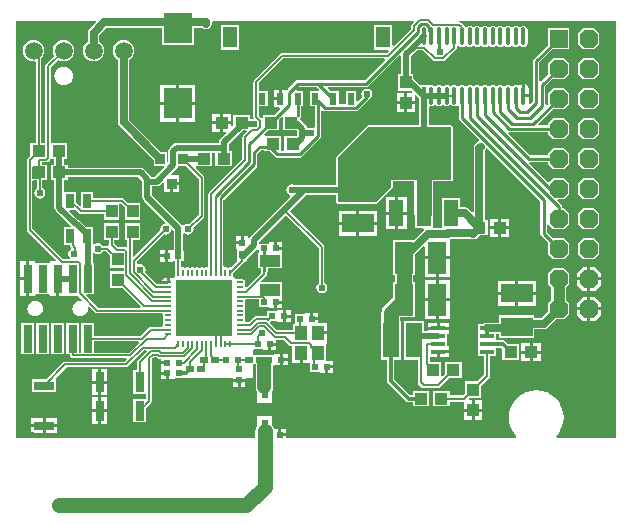
<source format=gtl>
%FSLAX25Y25*%
%MOIN*%
G70*
G01*
G75*
G04 Layer_Physical_Order=1*
G04 Layer_Color=255*
%ADD10R,0.03000X0.09400*%
%ADD11R,0.06300X0.10700*%
%ADD12R,0.09500X0.10300*%
%ADD13O,0.00787X0.02559*%
%ADD14O,0.02559X0.00787*%
%ADD15R,0.18504X0.18504*%
%ADD16R,0.01575X0.06000*%
%ADD17O,0.01575X0.06000*%
%ADD18R,0.07087X0.03937*%
%ADD19R,0.04331X0.04724*%
%ADD20R,0.14200X0.08700*%
%ADD21R,0.04800X0.08800*%
%ADD22R,0.04800X0.01600*%
%ADD23R,0.06693X0.03150*%
%ADD24R,0.03150X0.06693*%
%ADD25R,0.04400X0.04000*%
%ADD26R,0.04000X0.04400*%
%ADD27R,0.03200X0.03600*%
%ADD28R,0.02800X0.04800*%
%ADD29R,0.05512X0.11811*%
%ADD30R,0.02559X0.01969*%
%ADD31R,0.02953X0.03150*%
%ADD32R,0.01969X0.02284*%
%ADD33R,0.02362X0.03937*%
%ADD34R,0.04921X0.07087*%
%ADD35R,0.02362X0.01969*%
%ADD36R,0.10700X0.06300*%
%ADD37R,0.01969X0.02362*%
%ADD38C,0.00600*%
%ADD39C,0.02500*%
%ADD40C,0.01200*%
%ADD41C,0.00800*%
%ADD42C,0.05000*%
%ADD43C,0.01000*%
%ADD44C,0.02000*%
%ADD45C,0.04500*%
%ADD46C,0.03700*%
%ADD47C,0.05906*%
G04:AMPARAMS|DCode=48|XSize=60mil|YSize=60mil|CornerRadius=0mil|HoleSize=0mil|Usage=FLASHONLY|Rotation=270.000|XOffset=0mil|YOffset=0mil|HoleType=Round|Shape=Octagon|*
%AMOCTAGOND48*
4,1,8,-0.01500,-0.03000,0.01500,-0.03000,0.03000,-0.01500,0.03000,0.01500,0.01500,0.03000,-0.01500,0.03000,-0.03000,0.01500,-0.03000,-0.01500,-0.01500,-0.03000,0.0*
%
%ADD48OCTAGOND48*%

%ADD49R,0.06000X0.06000*%
%ADD50C,0.02400*%
%ADD51C,0.02598*%
G36*
X492912Y229971D02*
X491743D01*
Y224771D01*
X492912D01*
Y215638D01*
X493036Y215014D01*
X493390Y214485D01*
X498318Y209556D01*
X498127Y209095D01*
X496244D01*
Y203095D01*
X498109D01*
X498179Y202743D01*
X498378Y202446D01*
X498393Y202431D01*
X498308Y201808D01*
X498000Y201602D01*
X497602Y201007D01*
X497462Y200304D01*
X497602Y199602D01*
X497993Y199018D01*
X497980Y198948D01*
X497832Y198518D01*
X495780D01*
X485614Y208683D01*
Y224345D01*
X485897Y224753D01*
X487082D01*
Y222052D01*
X486702Y221798D01*
X486304Y221202D01*
X486165Y220500D01*
X486304Y219798D01*
X486702Y219202D01*
X487298Y218804D01*
X488000Y218665D01*
X488702Y218804D01*
X489298Y219202D01*
X489696Y219798D01*
X489835Y220500D01*
X489696Y221202D01*
X489298Y221798D01*
X488918Y222052D01*
Y224771D01*
X490597D01*
Y229971D01*
X488714D01*
Y230682D01*
X490226D01*
X490578Y230752D01*
X490875Y230951D01*
X491402Y231478D01*
X491601Y231776D01*
X491626Y231900D01*
X492912D01*
Y229971D01*
D02*
G37*
G36*
X541082Y225297D02*
Y213380D01*
X537948Y210246D01*
X537500Y210335D01*
X536798Y210196D01*
X536202Y209798D01*
X536130Y209689D01*
X535529D01*
X535430Y209836D01*
X525500Y219767D01*
Y222684D01*
X527053D01*
X527677Y222809D01*
X528206Y223162D01*
X528938Y223894D01*
X529400Y223702D01*
Y220800D01*
X531500D01*
Y223600D01*
X532000D01*
Y224100D01*
X534600D01*
Y226400D01*
X532098D01*
X531906Y226862D01*
X533694Y228649D01*
X534047Y229179D01*
X534119Y229537D01*
X536842D01*
X541082Y225297D01*
D02*
G37*
G36*
X625000Y225000D02*
X605000D01*
Y222500D01*
X600000Y217500D01*
X587500D01*
Y232500D01*
X597500Y242500D01*
X625000D01*
Y225000D01*
D02*
G37*
G36*
X625266Y249767D02*
X625695Y249481D01*
X626236Y249373D01*
X626778Y249481D01*
X627174Y249745D01*
X627439Y249674D01*
X627674Y249542D01*
Y245528D01*
X627674Y245528D01*
X627759Y245099D01*
X628002Y244735D01*
X634501Y238236D01*
X634356Y237758D01*
X634278Y237743D01*
X633666Y237334D01*
X633266Y236934D01*
X632857Y236322D01*
X632714Y235600D01*
Y233500D01*
Y230500D01*
Y214207D01*
X632252Y214016D01*
X631134Y215134D01*
X630522Y215543D01*
X629800Y215686D01*
X628100D01*
Y218800D01*
X622100D01*
Y208886D01*
X619000D01*
Y212942D01*
X619020Y212991D01*
X619127Y213800D01*
Y224351D01*
X625000D01*
X625459Y224541D01*
X625649Y225000D01*
Y242500D01*
X625459Y242959D01*
X625000Y243149D01*
X623700D01*
Y243250D01*
X617631D01*
Y249183D01*
X618131Y249458D01*
X618559Y249373D01*
X619100Y249481D01*
X619530Y249767D01*
X619672Y249831D01*
X620005D01*
X620148Y249767D01*
X620577Y249481D01*
X621118Y249373D01*
X621660Y249481D01*
X622089Y249767D01*
X622232Y249831D01*
X622564D01*
X622707Y249767D01*
X623136Y249481D01*
X623677Y249373D01*
X624219Y249481D01*
X624648Y249767D01*
X624791Y249831D01*
X625123D01*
X625266Y249767D01*
D02*
G37*
G36*
X511400Y199702D02*
Y195600D01*
X515982D01*
Y194454D01*
X511400D01*
Y188854D01*
X515502D01*
X521663Y182693D01*
X521455Y182193D01*
X507632D01*
X503587Y186238D01*
X503778Y186700D01*
X506100D01*
Y197300D01*
X505631D01*
Y200657D01*
X506131Y200808D01*
X506202Y200702D01*
X506798Y200304D01*
X507500Y200165D01*
X508202Y200304D01*
X508798Y200702D01*
X509052Y201082D01*
X510020D01*
X511400Y199702D01*
D02*
G37*
G36*
X581242Y255030D02*
X581050Y254569D01*
X578172D01*
Y249431D01*
X579678D01*
Y242453D01*
X579267Y242195D01*
X579178Y242200D01*
X578500Y242335D01*
X577798Y242196D01*
X577627Y242081D01*
X577095D01*
X577007Y242524D01*
X576653Y243054D01*
X574882Y244826D01*
X574840Y245354D01*
X575083Y245718D01*
X575169Y246147D01*
Y249431D01*
X575828D01*
Y254569D01*
X573808D01*
X573617Y255030D01*
X574465Y255878D01*
X580394D01*
X581242Y255030D01*
D02*
G37*
G36*
X557040Y240938D02*
X555851Y239749D01*
X555652Y239451D01*
X555582Y239100D01*
Y231742D01*
X544522Y220681D01*
X544323Y220384D01*
X544253Y220032D01*
Y196170D01*
X543753Y195840D01*
X543596Y195871D01*
X543208Y195794D01*
X543197Y195787D01*
X542808Y195607D01*
X542420Y195787D01*
X542409Y195794D01*
X542021Y195871D01*
X541633Y195794D01*
X541305Y195575D01*
X541163D01*
X540834Y195794D01*
X540446Y195871D01*
X540059Y195794D01*
X540047Y195787D01*
X539659Y195607D01*
X539270Y195787D01*
X539259Y195794D01*
X538871Y195871D01*
X538484Y195794D01*
X538473Y195787D01*
X538084Y195607D01*
X537696Y195787D01*
X537684Y195794D01*
X537297Y195871D01*
X536909Y195794D01*
X536580Y195575D01*
X536438D01*
X536110Y195794D01*
X535722Y195871D01*
X535565Y195840D01*
X535065Y196170D01*
Y197979D01*
X536058D01*
Y201147D01*
X535908D01*
Y206811D01*
X536408Y207065D01*
X536798Y206804D01*
X537500Y206665D01*
X538202Y206804D01*
X538798Y207202D01*
X539196Y207798D01*
X539335Y208500D01*
X539246Y208948D01*
X542649Y212351D01*
X542848Y212649D01*
X542918Y213000D01*
Y225677D01*
X542848Y226028D01*
X542649Y226326D01*
X540075Y228900D01*
X540282Y229400D01*
X545454D01*
Y233969D01*
X546600D01*
Y229400D01*
X552200D01*
Y234600D01*
X551031D01*
Y235600D01*
Y236671D01*
X555761Y241400D01*
X556849D01*
X557040Y240938D01*
D02*
G37*
G36*
X569100Y245707D02*
Y241400D01*
X573693D01*
X573869Y241224D01*
Y240450D01*
Y239676D01*
X573793Y239600D01*
X569600D01*
Y234533D01*
X568454D01*
Y239600D01*
X563047D01*
X562830Y240090D01*
X564140Y241400D01*
X567953D01*
Y245214D01*
X568638Y245898D01*
X569100Y245707D01*
D02*
G37*
G36*
X560930Y201670D02*
X561059Y201579D01*
Y200553D01*
X560665D01*
Y195416D01*
X561718D01*
Y194595D01*
X561804Y194165D01*
X561922Y193988D01*
Y193975D01*
X557090Y189142D01*
X557075Y189142D01*
X556579Y189339D01*
X556540Y189537D01*
X556532Y189548D01*
X556353Y189937D01*
X556532Y190326D01*
X556540Y190337D01*
X556617Y190724D01*
X556540Y191112D01*
X556320Y191441D01*
X555991Y191660D01*
X555604Y191738D01*
X553832D01*
X553560Y191683D01*
X553193Y191886D01*
X553060Y192005D01*
Y192315D01*
X552751D01*
X552632Y192447D01*
X552429Y192815D01*
X552483Y193087D01*
Y193688D01*
X556149Y197354D01*
X556348Y197651D01*
X556350Y197660D01*
X556653Y197863D01*
X557040Y198250D01*
X557084D01*
Y198294D01*
X560559Y201769D01*
X560930Y201670D01*
D02*
G37*
G36*
X522237Y224456D02*
Y219091D01*
X522362Y218467D01*
X522715Y217938D01*
X529840Y210813D01*
X529675Y210271D01*
X529298Y210196D01*
X528702Y209798D01*
X528304Y209202D01*
X528165Y208500D01*
X528254Y208052D01*
X519480Y199277D01*
X519018Y199469D01*
Y204854D01*
X521600D01*
Y210454D01*
X516400D01*
Y204854D01*
X517182D01*
Y202643D01*
X516748Y202363D01*
X516682Y202356D01*
X516373Y202418D01*
X514204D01*
X512918Y203704D01*
Y204854D01*
X514600D01*
Y210454D01*
X509400D01*
Y204854D01*
X511082D01*
Y203324D01*
X511104Y203213D01*
X510942Y203046D01*
X510670Y202864D01*
X510400Y202918D01*
X509052D01*
X508798Y203298D01*
X508202Y203696D01*
X507500Y203835D01*
X506798Y203696D01*
X506300Y203363D01*
X505949Y203478D01*
X505800Y203585D01*
Y209095D01*
X503614D01*
X501460Y211248D01*
X500931Y211602D01*
X500876Y211613D01*
X497950Y214538D01*
X498142Y215000D01*
X499946D01*
X501195Y213751D01*
X501493Y213552D01*
X501844Y213482D01*
X509400D01*
Y211600D01*
X514600D01*
Y216889D01*
X515100Y217002D01*
X516400Y215702D01*
Y211600D01*
X521600D01*
Y217200D01*
X517498D01*
X516049Y218649D01*
X515751Y218848D01*
X515400Y218918D01*
X505800D01*
Y221000D01*
X501800D01*
Y216395D01*
X501338Y216204D01*
X500244Y217298D01*
Y221000D01*
X496244D01*
X496174Y221471D01*
Y224771D01*
X497343D01*
Y225740D01*
X520953D01*
X522237Y224456D01*
D02*
G37*
G36*
X603121Y264912D02*
X596330Y258121D01*
X580858D01*
X580858Y258122D01*
X580858Y258121D01*
X574000D01*
X574000Y258122D01*
X573571Y258036D01*
X573207Y257793D01*
X570679Y255265D01*
X570323Y254969D01*
Y254969D01*
X570323Y254969D01*
X568642D01*
Y252000D01*
X568142D01*
Y251500D01*
X565961D01*
Y249031D01*
X567946D01*
X568137Y248570D01*
X566167Y246600D01*
X562354D01*
Y245621D01*
X561854Y245414D01*
X561073Y246195D01*
Y249431D01*
X564017D01*
Y254569D01*
X561073D01*
Y257275D01*
X569172Y265374D01*
X602929D01*
X603121Y264912D01*
D02*
G37*
G36*
X521020Y170620D02*
X517717Y167318D01*
X506100D01*
Y171082D01*
X520828D01*
X521020Y170620D01*
D02*
G37*
G36*
X608369Y266281D02*
Y260200D01*
X607400D01*
Y254600D01*
X612009D01*
X612214Y254342D01*
X611997Y253854D01*
X610500D01*
Y251153D01*
X613000D01*
Y253040D01*
X613462Y253231D01*
X614369Y252324D01*
Y243250D01*
X608300D01*
Y243149D01*
X597500D01*
X597041Y242959D01*
X587041Y232959D01*
X586851Y232500D01*
Y223143D01*
X572810D01*
X572714Y223207D01*
X572012Y223347D01*
X571310Y223207D01*
X570714Y222810D01*
X570316Y222214D01*
X570177Y221512D01*
X570316Y220810D01*
X570714Y220214D01*
X571310Y219816D01*
X571373Y219804D01*
X571518Y219325D01*
X568347Y216154D01*
X558347Y206153D01*
X557993Y205624D01*
X557984Y205581D01*
X557484Y205630D01*
Y206150D01*
X556000D01*
Y203969D01*
X555500D01*
Y203468D01*
X553516D01*
Y201787D01*
X553916D01*
Y199254D01*
X553869Y199017D01*
X553916Y198780D01*
Y198250D01*
X553916D01*
X553950Y197750D01*
X551939Y195740D01*
X551858Y195794D01*
X551470Y195871D01*
X551082Y195794D01*
X551071Y195787D01*
X550682Y195607D01*
X550294Y195787D01*
X550283Y195794D01*
X549895Y195871D01*
X549738Y195840D01*
X549238Y196170D01*
Y218289D01*
X549293Y218326D01*
X560293Y229326D01*
X560536Y229690D01*
X560622Y230119D01*
X560622Y230119D01*
Y233617D01*
X561883Y234878D01*
X562853D01*
Y234400D01*
X564667D01*
X566449Y232619D01*
X566449Y232619D01*
X566813Y232376D01*
X567242Y232290D01*
X574664D01*
X574664Y232290D01*
X575094Y232376D01*
X575458Y232619D01*
X581593Y238754D01*
X581593Y238754D01*
X581836Y239118D01*
X581922Y239547D01*
X581922Y239547D01*
Y247766D01*
X582422Y248009D01*
X582592Y247895D01*
X583021Y247810D01*
X583021Y247810D01*
X593400D01*
X593400Y247810D01*
X593830Y247895D01*
X594194Y248138D01*
X597793Y251738D01*
X597793Y251738D01*
X597947Y251968D01*
X598298Y252202D01*
X598696Y252798D01*
X598835Y253500D01*
X598696Y254202D01*
X598298Y254798D01*
X597702Y255196D01*
X597000Y255335D01*
X596298Y255196D01*
X595702Y254798D01*
X595304Y254202D01*
X595165Y253500D01*
X595304Y252798D01*
X595455Y252572D01*
X594007Y251124D01*
X593545Y251315D01*
Y254569D01*
X589983D01*
Y250053D01*
X587639D01*
Y254569D01*
X584876D01*
X584028Y255416D01*
X584219Y255878D01*
X596795D01*
X596795Y255878D01*
X597224Y255964D01*
X597588Y256207D01*
X607869Y266488D01*
X608369Y266281D01*
D02*
G37*
G36*
X532646Y208007D02*
Y201996D01*
X532521Y201547D01*
X530840D01*
Y199563D01*
Y197579D01*
X532521D01*
Y197979D01*
X533229D01*
Y195274D01*
X533211Y195246D01*
X533134Y194858D01*
Y193087D01*
X533188Y192815D01*
X532995Y192465D01*
X532556Y192315D01*
Y192315D01*
D01*
X532057Y192091D01*
X531785Y192145D01*
X531399D01*
Y190724D01*
X530899D01*
Y190224D01*
X528347D01*
X528221Y190067D01*
X527231D01*
X523117Y194181D01*
X523196Y194298D01*
X523335Y195000D01*
X523196Y195702D01*
X522798Y196298D01*
X522202Y196696D01*
X521500Y196835D01*
X520818Y196700D01*
X520729Y196691D01*
X520318Y196954D01*
Y197520D01*
X529552Y206754D01*
X530000Y206665D01*
X530702Y206804D01*
X531298Y207202D01*
X531696Y207798D01*
X531771Y208175D01*
X532313Y208340D01*
X532646Y208007D01*
D02*
G37*
G36*
X680000Y139000D02*
X660443D01*
X660207Y139500D01*
X661117Y140609D01*
X661958Y142184D01*
X662477Y143892D01*
X662652Y145669D01*
X662477Y147446D01*
X661958Y149155D01*
X661117Y150730D01*
X659984Y152110D01*
X658604Y153243D01*
X657029Y154084D01*
X655320Y154603D01*
X653543Y154778D01*
X651766Y154603D01*
X650058Y154084D01*
X648483Y153243D01*
X647103Y152110D01*
X645970Y150730D01*
X645128Y149155D01*
X644610Y147446D01*
X644435Y145669D01*
X644610Y143892D01*
X645128Y142184D01*
X645970Y140609D01*
X646880Y139500D01*
X646643Y139000D01*
X570150D01*
Y139500D01*
X567969D01*
Y140000D01*
X567469D01*
Y141984D01*
X566002D01*
X565715Y142679D01*
X565688Y142714D01*
X565559Y143185D01*
X565559D01*
X565559Y143185D01*
X565559Y146335D01*
X560441D01*
X560441Y143185D01*
X560441Y143185D01*
X560441D01*
X560326Y142714D01*
X560299Y142679D01*
X559986Y141925D01*
X559880Y141115D01*
Y139000D01*
X480000D01*
Y278000D01*
X506679D01*
X506871Y277538D01*
X504666Y275334D01*
X504257Y274722D01*
X504114Y274000D01*
Y271031D01*
X503466Y270534D01*
X502897Y269792D01*
X502539Y268927D01*
X502417Y268000D01*
X502539Y267073D01*
X502897Y266208D01*
X503466Y265466D01*
X504208Y264897D01*
X505072Y264539D01*
X506000Y264417D01*
X506927Y264539D01*
X507792Y264897D01*
X508534Y265466D01*
X509103Y266208D01*
X509461Y267073D01*
X509583Y268000D01*
X509461Y268927D01*
X509103Y269792D01*
X508534Y270534D01*
X507886Y271031D01*
Y273219D01*
X510281Y275614D01*
X528650D01*
Y269850D01*
X539350D01*
Y275614D01*
X542245D01*
X542778Y275257D01*
X543500Y275114D01*
X544222Y275257D01*
X544834Y275666D01*
X545243Y276278D01*
X545386Y277000D01*
Y277500D01*
X545364Y277613D01*
X545681Y278000D01*
X612502D01*
X612694Y277538D01*
X612064Y276908D01*
X611865Y276610D01*
X611795Y276259D01*
Y275278D01*
X606034Y269517D01*
X605572Y269708D01*
Y276616D01*
X599451D01*
Y268329D01*
X604193D01*
X604384Y267867D01*
X603727Y267209D01*
X568792D01*
X568440Y267140D01*
X568143Y266941D01*
X559506Y258304D01*
X559307Y258006D01*
X559237Y257655D01*
Y245815D01*
X559307Y245464D01*
X559232Y245282D01*
X558798Y245196D01*
X558702Y245131D01*
X558200D01*
Y246600D01*
X552600D01*
Y242938D01*
X552342Y242733D01*
X551854Y242950D01*
Y243500D01*
X549154D01*
Y241000D01*
X550093D01*
X550284Y240538D01*
X548246Y238500D01*
X547893Y237971D01*
X547769Y237347D01*
Y237231D01*
X533740D01*
X533116Y237107D01*
X532587Y236754D01*
X531387Y235553D01*
X531033Y235024D01*
X530909Y234400D01*
Y230954D01*
X530900Y230948D01*
X530400Y231215D01*
Y234337D01*
X528468D01*
X517886Y244918D01*
Y264969D01*
X518534Y265466D01*
X519103Y266208D01*
X519461Y267073D01*
X519583Y268000D01*
X519461Y268927D01*
X519103Y269792D01*
X518534Y270534D01*
X517792Y271103D01*
X516927Y271461D01*
X516000Y271583D01*
X515072Y271461D01*
X514208Y271103D01*
X513466Y270534D01*
X512897Y269792D01*
X512539Y268927D01*
X512417Y268000D01*
X512539Y267073D01*
X512897Y266208D01*
X513466Y265466D01*
X514114Y264969D01*
Y244137D01*
X514257Y243415D01*
X514666Y242803D01*
X526000Y231469D01*
Y229537D01*
X529314D01*
X529505Y229075D01*
X526377Y225947D01*
X525248D01*
X525022Y226285D01*
X522782Y228525D01*
X522253Y228878D01*
X521629Y229002D01*
X497343D01*
Y229971D01*
X496174D01*
Y231900D01*
X497200D01*
Y237100D01*
X491671D01*
Y262373D01*
X494200Y264903D01*
X494208Y264897D01*
X495073Y264539D01*
X496000Y264417D01*
X496927Y264539D01*
X497792Y264897D01*
X498534Y265466D01*
X499103Y266208D01*
X499461Y267073D01*
X499583Y268000D01*
X499461Y268927D01*
X499103Y269792D01*
X498534Y270534D01*
X497792Y271103D01*
X496927Y271461D01*
X496000Y271583D01*
X495073Y271461D01*
X494208Y271103D01*
X493466Y270534D01*
X492897Y269792D01*
X492539Y268927D01*
X492417Y268000D01*
X492539Y267073D01*
X492897Y266208D01*
X492903Y266200D01*
X490105Y263402D01*
X489906Y263105D01*
X489836Y262754D01*
Y237100D01*
X488571D01*
Y265515D01*
X489103Y266208D01*
X489461Y267073D01*
X489583Y268000D01*
X489461Y268927D01*
X489103Y269792D01*
X488534Y270534D01*
X487792Y271103D01*
X486928Y271461D01*
X486000Y271583D01*
X485073Y271461D01*
X484208Y271103D01*
X483466Y270534D01*
X482897Y269792D01*
X482539Y268927D01*
X482417Y268000D01*
X482539Y267073D01*
X482897Y266208D01*
X483466Y265466D01*
X484208Y264897D01*
X485073Y264539D01*
X486000Y264417D01*
X486360Y264464D01*
X486736Y264134D01*
Y237100D01*
X484854D01*
Y232998D01*
X484048Y232192D01*
X483849Y231894D01*
X483779Y231543D01*
Y208303D01*
X483849Y207952D01*
X484048Y207655D01*
X493540Y198162D01*
X493349Y197700D01*
X491500D01*
Y197541D01*
X491100Y197300D01*
X491000Y197300D01*
X487000D01*
X486900Y197300D01*
X486500Y197541D01*
Y197700D01*
X484500D01*
Y192000D01*
Y186300D01*
X486500D01*
Y186459D01*
X486500Y186459D01*
X486900Y186700D01*
X487000Y186700D01*
X491000D01*
X491100Y186700D01*
X491500Y186459D01*
Y186300D01*
X493500D01*
Y192000D01*
X494500D01*
Y186300D01*
X500929D01*
X502231Y184999D01*
X501997Y184525D01*
X501500Y184591D01*
X500830Y184502D01*
X500205Y184244D01*
X499668Y183832D01*
X499256Y183295D01*
X498998Y182670D01*
X498909Y182000D01*
X498998Y181330D01*
X499256Y180705D01*
X499668Y180168D01*
X500205Y179756D01*
X500830Y179498D01*
X501500Y179409D01*
X502171Y179498D01*
X502795Y179756D01*
X503332Y180168D01*
X503744Y180705D01*
X504002Y181330D01*
X504091Y182000D01*
X504025Y182497D01*
X504499Y182731D01*
X506603Y180627D01*
X506901Y180428D01*
X507252Y180358D01*
X528702D01*
X529031Y179858D01*
X529000Y179701D01*
X529077Y179313D01*
X529084Y179302D01*
X529264Y178913D01*
X529084Y178525D01*
X529077Y178514D01*
X529000Y178126D01*
X529077Y177738D01*
X529084Y177727D01*
X529264Y177339D01*
X529084Y176950D01*
X529077Y176939D01*
X529000Y176551D01*
X529031Y176394D01*
X528702Y175894D01*
X524976D01*
X524684Y175836D01*
X524625Y175824D01*
X524328Y175625D01*
X521620Y172918D01*
X506100D01*
Y177300D01*
X501900D01*
Y167318D01*
X501100D01*
Y177300D01*
X496900D01*
Y166700D01*
X498082D01*
Y166500D01*
X498152Y166149D01*
X498351Y165851D01*
X498451Y165751D01*
X498749Y165552D01*
X499100Y165482D01*
X516931D01*
X517123Y165020D01*
X516420Y164318D01*
X496589D01*
X496238Y164248D01*
X495940Y164049D01*
X490377Y158486D01*
X485554D01*
Y154136D01*
X493446D01*
Y158486D01*
X493446Y158486D01*
X493446D01*
X493448Y158961D01*
X496969Y162482D01*
X516800D01*
X517151Y162552D01*
X517449Y162751D01*
X522780Y168082D01*
X523464D01*
X523656Y167620D01*
X520737Y164702D01*
X520538Y164404D01*
X520468Y164053D01*
Y161446D01*
X519211D01*
Y153553D01*
X523482D01*
Y151946D01*
X519211D01*
Y144053D01*
X523561D01*
Y148877D01*
X525049Y150365D01*
X525248Y150663D01*
X525318Y151014D01*
Y164990D01*
X526010Y165682D01*
X526990D01*
X527272Y165400D01*
X527570Y165201D01*
X527921Y165131D01*
X528350D01*
Y164500D01*
X530532D01*
Y163500D01*
X528350D01*
Y162016D01*
Y161000D01*
X530532D01*
Y160500D01*
X531032D01*
Y158516D01*
X532713D01*
Y158562D01*
X533066Y158916D01*
X535843D01*
X536250Y158916D01*
X536250D01*
X536750Y159000D01*
X552516Y159000D01*
Y158531D01*
X556484D01*
Y158646D01*
X556838Y159000D01*
X559000D01*
Y163416D01*
X560076D01*
Y155701D01*
X560174Y154957D01*
X560440Y154315D01*
X560441Y153815D01*
X560441Y153815D01*
X560441Y153815D01*
X560441Y150665D01*
X565559D01*
X565559Y153815D01*
X565559Y153815D01*
X565461Y154315D01*
X565727Y154957D01*
X565825Y155701D01*
Y162924D01*
X566287Y163016D01*
X566287Y163016D01*
X566287Y163016D01*
X567969D01*
Y165000D01*
Y166984D01*
X566287D01*
Y166584D01*
X564768D01*
X564532Y166631D01*
X561370D01*
X561133Y166584D01*
X559354D01*
X559000Y166938D01*
Y168003D01*
X559033Y168273D01*
X559407Y168479D01*
X562596D01*
Y168079D01*
X564277D01*
Y170063D01*
X564777D01*
Y170563D01*
X566958D01*
Y171582D01*
X569281D01*
X571097Y169767D01*
X571395Y169568D01*
X571746Y169498D01*
X572079D01*
Y163791D01*
X574744D01*
Y167154D01*
X575744D01*
Y163791D01*
X578059D01*
Y160979D01*
X581596D01*
Y160579D01*
X583277D01*
Y162563D01*
X583777D01*
Y163063D01*
X585958D01*
Y164547D01*
X583875D01*
X583521Y164901D01*
Y170116D01*
X583839Y170484D01*
X583921D01*
Y173346D01*
X580756D01*
Y174346D01*
X583921D01*
Y177209D01*
X580958D01*
Y178063D01*
X578777D01*
Y178563D01*
X578277D01*
Y180547D01*
X576596D01*
Y180147D01*
X573059D01*
Y176979D01*
X572629Y176809D01*
X572479D01*
Y174827D01*
X567137D01*
X564958Y177007D01*
X564896Y177567D01*
X565245Y177916D01*
X567287D01*
Y177516D01*
X568968D01*
Y179500D01*
Y181484D01*
X567287D01*
Y181084D01*
X563750D01*
Y179418D01*
X560136D01*
X559785Y179348D01*
X559487Y179149D01*
X557807Y177469D01*
X556915D01*
X556586Y177969D01*
X556617Y178126D01*
X556540Y178514D01*
X556320Y178842D01*
Y178984D01*
X556540Y179313D01*
X556617Y179701D01*
X556540Y180088D01*
X556532Y180100D01*
X556353Y180488D01*
X556532Y180877D01*
X556540Y180888D01*
X556617Y181276D01*
X556540Y181663D01*
X556320Y181992D01*
Y182134D01*
X556540Y182463D01*
X556617Y182850D01*
X556540Y183238D01*
X556532Y183249D01*
X556353Y183638D01*
X556532Y184026D01*
X556540Y184037D01*
X556617Y184425D01*
X556586Y184582D01*
X556915Y185082D01*
X561059D01*
Y182479D01*
X564596D01*
Y182079D01*
X566277D01*
Y184063D01*
X566777D01*
Y184563D01*
X568958D01*
Y186047D01*
X568952D01*
Y190710D01*
X561907D01*
X561715Y191172D01*
X563489Y192946D01*
X563688Y193243D01*
X563699Y193302D01*
X563758Y193595D01*
Y193988D01*
X563876Y194165D01*
X563962Y194595D01*
Y195416D01*
X568952D01*
Y200079D01*
X568958D01*
Y201563D01*
X566777D01*
Y202063D01*
X566277D01*
Y204047D01*
X564596D01*
Y203647D01*
X561131D01*
Y204324D01*
X570005Y213198D01*
X581082Y202120D01*
Y190552D01*
X580702Y190298D01*
X580304Y189702D01*
X580165Y189000D01*
X580304Y188298D01*
X580702Y187702D01*
X581298Y187304D01*
X582000Y187165D01*
X582702Y187304D01*
X583298Y187702D01*
X583696Y188298D01*
X583835Y189000D01*
X583696Y189702D01*
X583298Y190298D01*
X582918Y190552D01*
Y202500D01*
X582848Y202851D01*
X582649Y203149D01*
X571302Y214495D01*
X576687Y219881D01*
X586851D01*
Y217500D01*
X587041Y217041D01*
X587500Y216851D01*
X600000D01*
X600459Y217041D01*
X605459Y222041D01*
X605649Y222500D01*
Y224351D01*
X612873D01*
Y213800D01*
X612980Y212991D01*
X613000Y212942D01*
Y208800D01*
X615948D01*
X616103Y208443D01*
X616116Y208300D01*
X612766Y204950D01*
X605738D01*
Y193050D01*
X606361D01*
Y190950D01*
X605738D01*
Y185672D01*
X602789Y182723D01*
X602292Y182075D01*
X601980Y181321D01*
X601873Y180512D01*
X601873Y180512D01*
Y178006D01*
X601644D01*
Y164995D01*
X603777D01*
Y158000D01*
X603870Y157532D01*
X604135Y157135D01*
X610135Y151135D01*
X610532Y150870D01*
X611000Y150777D01*
X612300D01*
Y149400D01*
X617900D01*
Y154600D01*
X612300D01*
Y153224D01*
X611507D01*
X606223Y158507D01*
Y164995D01*
X608356D01*
Y178006D01*
X608127D01*
Y179050D01*
X613238D01*
Y190950D01*
X612615D01*
Y193050D01*
X613238D01*
Y200087D01*
X615988Y202837D01*
X616450Y202645D01*
Y199500D01*
X624750D01*
Y205164D01*
X632062D01*
X632313Y205114D01*
X632600D01*
X633322Y205257D01*
X633934Y205666D01*
X634667Y206400D01*
X637400D01*
Y211600D01*
X636486D01*
Y230500D01*
Y233500D01*
Y234894D01*
X636743Y235278D01*
X636758Y235356D01*
X637236Y235501D01*
X654878Y217859D01*
Y207000D01*
X654878Y207000D01*
X654964Y206571D01*
X655207Y206207D01*
X657400Y204014D01*
Y203800D01*
Y200200D01*
X659200Y198400D01*
X662800D01*
X664600Y200200D01*
Y203800D01*
X662800Y205600D01*
X659200D01*
X658986D01*
X657122Y207465D01*
Y209771D01*
X657622Y209979D01*
X659200Y208400D01*
X662800D01*
X664600Y210200D01*
Y213800D01*
X662800Y215600D01*
X662447D01*
X662122Y215944D01*
X662036Y216374D01*
X661793Y216737D01*
X661793Y216737D01*
X660592Y217938D01*
X660784Y218400D01*
X662800D01*
X664600Y220200D01*
Y223800D01*
X662800Y225600D01*
X659200D01*
X657843Y224243D01*
X657343D01*
X651208Y230379D01*
X651415Y230878D01*
X657400D01*
Y230200D01*
X659200Y228400D01*
X662800D01*
X664600Y230200D01*
Y233800D01*
X662800Y235600D01*
X659200D01*
X657400Y233800D01*
Y233121D01*
X651465D01*
X644147Y240439D01*
X644394Y240900D01*
X644500Y240878D01*
X644500Y240879D01*
X657400D01*
Y240200D01*
X659200Y238400D01*
X662800D01*
X664600Y240200D01*
Y243800D01*
X662800Y245600D01*
X659200D01*
X657400Y243800D01*
Y243122D01*
X654361D01*
X654170Y243583D01*
X658986Y248400D01*
X659200D01*
X662800D01*
X664600Y250200D01*
Y253800D01*
X662800Y255600D01*
X659200D01*
X657400Y253800D01*
Y250200D01*
Y250082D01*
X657089Y249837D01*
X656622Y250043D01*
Y256035D01*
X658986Y258400D01*
X659200D01*
X662800D01*
X664600Y260200D01*
Y263800D01*
X662800Y265600D01*
X659200D01*
X657400Y263800D01*
Y260200D01*
Y259986D01*
X655122Y257708D01*
X654622Y257915D01*
Y264035D01*
X658986Y268400D01*
X664600D01*
Y275600D01*
X657400D01*
Y269986D01*
X652707Y265293D01*
X652464Y264929D01*
X652378Y264500D01*
X652378Y264500D01*
Y250965D01*
X651451Y250037D01*
X650990Y250283D01*
X651090Y250787D01*
Y252500D01*
X649268D01*
Y253000D01*
X648768D01*
Y256936D01*
X648570Y256896D01*
X647979Y256501D01*
X647347Y256455D01*
X647250Y256520D01*
X646709Y256627D01*
X646167Y256520D01*
X645738Y256233D01*
X645595Y256169D01*
X645263D01*
X645120Y256233D01*
X644691Y256520D01*
X644150Y256627D01*
X643608Y256520D01*
X643179Y256233D01*
X643036Y256169D01*
X642704D01*
X642561Y256233D01*
X642132Y256520D01*
X641591Y256627D01*
X641049Y256520D01*
X640620Y256233D01*
X640477Y256169D01*
X640145D01*
X640002Y256233D01*
X639573Y256520D01*
X639032Y256627D01*
X638490Y256520D01*
X638061Y256233D01*
X637918Y256169D01*
X637586D01*
X637443Y256233D01*
X637014Y256520D01*
X636473Y256627D01*
X635931Y256520D01*
X635502Y256233D01*
X635359Y256169D01*
X635027D01*
X634884Y256233D01*
X634455Y256520D01*
X633913Y256627D01*
X633372Y256520D01*
X632943Y256233D01*
X632800Y256169D01*
X632468D01*
X632325Y256233D01*
X631896Y256520D01*
X631354Y256627D01*
X630813Y256520D01*
X630384Y256233D01*
X630241Y256169D01*
X629909D01*
X629766Y256233D01*
X629337Y256520D01*
X628795Y256627D01*
X628254Y256520D01*
X627825Y256233D01*
X627682Y256169D01*
X627350D01*
X627207Y256233D01*
X626778Y256520D01*
X626236Y256627D01*
X625695Y256520D01*
X625266Y256233D01*
X625123Y256169D01*
X624791D01*
X624648Y256233D01*
X624219Y256520D01*
X623677Y256627D01*
X623136Y256520D01*
X622707Y256233D01*
X622564Y256169D01*
X622232D01*
X622089Y256233D01*
X621660Y256520D01*
X621118Y256627D01*
X620577Y256520D01*
X620148Y256233D01*
X620005Y256169D01*
X619672D01*
X619530Y256233D01*
X619100Y256520D01*
X618559Y256627D01*
X618018Y256520D01*
X617887Y256432D01*
X617387Y256600D01*
Y256600D01*
X617387Y256600D01*
X614707D01*
X612753Y258554D01*
X612600Y258656D01*
Y260200D01*
X611631D01*
Y266009D01*
X613469Y267846D01*
X613704Y268082D01*
X615650D01*
X618981Y264751D01*
X619279Y264552D01*
X619630Y264482D01*
X622400D01*
X622751Y264552D01*
X623049Y264751D01*
X626649Y268351D01*
X626885Y268587D01*
X627084Y268885D01*
X627096Y268943D01*
X627154Y269236D01*
Y269417D01*
X627207Y269452D01*
X627350Y269516D01*
X627682D01*
X627825Y269452D01*
X628254Y269165D01*
X628795Y269058D01*
X629337Y269165D01*
X629766Y269452D01*
X629909Y269516D01*
X630241D01*
X630384Y269452D01*
X630813Y269165D01*
X631354Y269058D01*
X631896Y269165D01*
X632325Y269452D01*
X632468Y269516D01*
X632800D01*
X632943Y269452D01*
X633372Y269165D01*
X633913Y269058D01*
X634455Y269165D01*
X634884Y269452D01*
X635027Y269516D01*
X635359D01*
X635502Y269452D01*
X635931Y269165D01*
X636473Y269058D01*
X637014Y269165D01*
X637443Y269452D01*
X637586Y269516D01*
X637918D01*
X638061Y269452D01*
X638490Y269165D01*
X639032Y269058D01*
X639573Y269165D01*
X640002Y269452D01*
X640145Y269516D01*
X640477D01*
X640620Y269452D01*
X641049Y269165D01*
X641591Y269058D01*
X642132Y269165D01*
X642561Y269452D01*
X642704Y269516D01*
X643036D01*
X643179Y269452D01*
X643608Y269165D01*
X644150Y269058D01*
X644691Y269165D01*
X645120Y269452D01*
X645263Y269516D01*
X645595D01*
X645738Y269452D01*
X646167Y269165D01*
X646709Y269058D01*
X647250Y269165D01*
X647679Y269452D01*
X647822Y269516D01*
X648154D01*
X648297Y269452D01*
X648726Y269165D01*
X649268Y269058D01*
X649809Y269165D01*
X650268Y269472D01*
X650575Y269931D01*
X650682Y270472D01*
Y274898D01*
X650575Y275439D01*
X650268Y275898D01*
X649809Y276204D01*
X649268Y276312D01*
X648726Y276204D01*
X648297Y275918D01*
X648154Y275854D01*
X647822D01*
X647679Y275918D01*
X647250Y276204D01*
X646709Y276312D01*
X646167Y276204D01*
X645738Y275918D01*
X645595Y275854D01*
X645263D01*
X645120Y275918D01*
X644691Y276204D01*
X644150Y276312D01*
X643608Y276204D01*
X643179Y275918D01*
X643036Y275854D01*
X642704D01*
X642561Y275918D01*
X642132Y276204D01*
X641591Y276312D01*
X641049Y276204D01*
X640620Y275918D01*
X640477Y275854D01*
X640145D01*
X640002Y275918D01*
X639573Y276204D01*
X639032Y276312D01*
X638490Y276204D01*
X638061Y275918D01*
X637918Y275854D01*
X637586D01*
X637443Y275918D01*
X637014Y276204D01*
X636473Y276312D01*
X635931Y276204D01*
X635502Y275918D01*
X635359Y275854D01*
X635027D01*
X634884Y275918D01*
X634455Y276204D01*
X633913Y276312D01*
X633372Y276204D01*
X632943Y275918D01*
X632800Y275854D01*
X632468D01*
X632325Y275918D01*
X631896Y276204D01*
X631354Y276312D01*
X630813Y276204D01*
X630384Y275918D01*
X630241Y275854D01*
X629825D01*
X629796Y275898D01*
X629658Y275990D01*
X629655Y276006D01*
X629643Y276065D01*
X629444Y276362D01*
X628573Y277234D01*
X628275Y277433D01*
X627924Y277503D01*
X627930Y278000D01*
X680000D01*
Y139000D01*
D02*
G37*
%LPC*%
G36*
X624300Y177200D02*
X621400D01*
Y175900D01*
X624300D01*
Y177200D01*
D02*
G37*
G36*
X496100Y177300D02*
X491900D01*
Y166700D01*
X496100D01*
Y177300D01*
D02*
G37*
G36*
X491100D02*
X486900D01*
Y166700D01*
X491100D01*
Y177300D01*
D02*
G37*
G36*
X655000Y170500D02*
X652300D01*
Y168000D01*
X655000D01*
Y170500D01*
D02*
G37*
G36*
X651300D02*
X648600D01*
Y168000D01*
X651300D01*
Y170500D01*
D02*
G37*
G36*
X620400Y177200D02*
X617500D01*
Y175900D01*
X620400D01*
Y177200D01*
D02*
G37*
G36*
X566958Y169563D02*
X565277D01*
Y168079D01*
X566958D01*
Y169563D01*
D02*
G37*
G36*
X670500Y186000D02*
X669000D01*
X667000Y184000D01*
Y182500D01*
X670500D01*
Y186000D01*
D02*
G37*
G36*
X568958Y183563D02*
X567277D01*
Y182079D01*
X568958D01*
Y183563D01*
D02*
G37*
G36*
X571650Y181484D02*
X569969D01*
Y180000D01*
X571650D01*
Y181484D01*
D02*
G37*
G36*
X673000Y186000D02*
X671500D01*
Y182500D01*
X675000D01*
Y184000D01*
X673000Y186000D01*
D02*
G37*
G36*
X620100Y191350D02*
X616450D01*
Y185500D01*
X620100D01*
Y191350D01*
D02*
G37*
G36*
X653350Y186550D02*
X647500D01*
Y182900D01*
X653350D01*
Y186550D01*
D02*
G37*
G36*
X646500D02*
X640650D01*
Y182900D01*
X646500D01*
Y186550D01*
D02*
G37*
G36*
X486500Y184591D02*
X485829Y184502D01*
X485205Y184244D01*
X484668Y183832D01*
X484256Y183295D01*
X483998Y182670D01*
X483909Y182000D01*
X483998Y181330D01*
X484256Y180705D01*
X484668Y180168D01*
X485205Y179756D01*
X485829Y179498D01*
X486500Y179409D01*
X487171Y179498D01*
X487795Y179756D01*
X488332Y180168D01*
X488744Y180705D01*
X489002Y181330D01*
X489091Y182000D01*
X489002Y182670D01*
X488744Y183295D01*
X488332Y183832D01*
X487795Y184244D01*
X487171Y184502D01*
X486500Y184591D01*
D02*
G37*
G36*
X675000Y181500D02*
X671500D01*
Y178000D01*
X673000D01*
X675000Y180000D01*
Y181500D01*
D02*
G37*
G36*
X670500D02*
X667000D01*
Y180000D01*
X669000Y178000D01*
X670500D01*
Y181500D01*
D02*
G37*
G36*
X571650Y179000D02*
X569969D01*
Y177516D01*
X571650D01*
Y179000D01*
D02*
G37*
G36*
X620100Y184500D02*
X616450D01*
Y178650D01*
X620100D01*
Y184500D01*
D02*
G37*
G36*
X580958Y180547D02*
X579277D01*
Y179063D01*
X580958D01*
Y180547D01*
D02*
G37*
G36*
X662800Y195600D02*
X659200D01*
X657400Y193800D01*
Y190200D01*
X658502Y189098D01*
Y184902D01*
X657400Y183800D01*
Y181068D01*
X655219Y178886D01*
X652950D01*
Y179688D01*
X641050D01*
Y177286D01*
X637071D01*
X636349Y177143D01*
X635836Y176800D01*
X634071D01*
Y174000D01*
Y171400D01*
Y168821D01*
Y166261D01*
X636051D01*
Y159893D01*
X633858Y157700D01*
X629900D01*
Y153742D01*
X629178Y153020D01*
X624647D01*
Y154600D01*
X619046D01*
Y149400D01*
X624647D01*
Y150980D01*
X629500D01*
Y148653D01*
X632000D01*
Y151354D01*
X631238D01*
X631021Y151842D01*
X631226Y152100D01*
X635100D01*
Y156058D01*
X637792Y158750D01*
X638013Y159081D01*
X638091Y159471D01*
Y166261D01*
X640071D01*
Y168821D01*
Y168997D01*
X641826D01*
X642253Y168570D01*
Y164900D01*
X647854D01*
Y170100D01*
X644184D01*
X643198Y171086D01*
X642801Y171351D01*
X642333Y171444D01*
X640071D01*
Y173514D01*
X641050D01*
Y172188D01*
X652950D01*
Y175114D01*
X656000D01*
X656722Y175257D01*
X657334Y175666D01*
X660068Y178400D01*
X662800D01*
X664600Y180200D01*
Y183800D01*
X663498Y184902D01*
Y189098D01*
X664600Y190200D01*
Y193800D01*
X662800Y195600D01*
D02*
G37*
G36*
X624750Y184500D02*
X621100D01*
Y178650D01*
X624750D01*
Y184500D01*
D02*
G37*
G36*
X486100Y177300D02*
X481900D01*
Y166700D01*
X486100D01*
Y177300D01*
D02*
G37*
G36*
X507500Y152347D02*
X505425D01*
Y148500D01*
X507500D01*
Y152347D01*
D02*
G37*
G36*
X635500Y147653D02*
X633000D01*
Y144954D01*
X635500D01*
Y147653D01*
D02*
G37*
G36*
X632000D02*
X629500D01*
Y144954D01*
X632000D01*
Y147653D01*
D02*
G37*
G36*
X507500Y157000D02*
X505425D01*
Y153154D01*
X507500D01*
Y157000D01*
D02*
G37*
G36*
X635500Y151354D02*
X633000D01*
Y148653D01*
X635500D01*
Y151354D01*
D02*
G37*
G36*
X510575Y152347D02*
X508500D01*
Y148500D01*
X510575D01*
Y152347D01*
D02*
G37*
G36*
Y147500D02*
X508500D01*
Y143654D01*
X510575D01*
Y147500D01*
D02*
G37*
G36*
X570150Y141984D02*
X568469D01*
Y140500D01*
X570150D01*
Y141984D01*
D02*
G37*
G36*
X493847Y142425D02*
X490000D01*
Y140350D01*
X493847D01*
Y142425D01*
D02*
G37*
G36*
X489000D02*
X485153D01*
Y140350D01*
X489000D01*
Y142425D01*
D02*
G37*
G36*
X507500Y147500D02*
X505425D01*
Y143654D01*
X507500D01*
Y147500D01*
D02*
G37*
G36*
X493847Y145500D02*
X490000D01*
Y143425D01*
X493847D01*
Y145500D01*
D02*
G37*
G36*
X489000D02*
X485153D01*
Y143425D01*
X489000D01*
Y145500D01*
D02*
G37*
G36*
X651300Y167000D02*
X648600D01*
Y164500D01*
X651300D01*
Y167000D01*
D02*
G37*
G36*
X570650Y164500D02*
X568968D01*
Y163016D01*
X570650D01*
Y164500D01*
D02*
G37*
G36*
X585958Y162063D02*
X584277D01*
Y160579D01*
X585958D01*
Y162063D01*
D02*
G37*
G36*
X624300Y167161D02*
X621400D01*
Y165861D01*
X624300D01*
Y167161D01*
D02*
G37*
G36*
X570650Y166984D02*
X568968D01*
Y165500D01*
X570650D01*
Y166984D01*
D02*
G37*
G36*
X655000Y167000D02*
X652300D01*
Y164500D01*
X655000D01*
Y167000D01*
D02*
G37*
G36*
X530031Y160000D02*
X528350D01*
Y158516D01*
X530031D01*
Y160000D01*
D02*
G37*
G36*
X554000Y157531D02*
X552516D01*
Y155850D01*
X554000D01*
Y157531D01*
D02*
G37*
G36*
X616230Y178006D02*
X609518D01*
Y164995D01*
X613980D01*
Y157500D01*
X614058Y157110D01*
X614279Y156779D01*
X615279Y155779D01*
X615610Y155558D01*
X616000Y155480D01*
X620900D01*
X621290Y155558D01*
X621621Y155779D01*
X624742Y158900D01*
X628700D01*
Y164100D01*
X623100D01*
Y160142D01*
X622415Y159457D01*
X621953Y159649D01*
Y164100D01*
X618020D01*
Y165861D01*
X620400D01*
Y167661D01*
X620900D01*
Y168161D01*
X624300D01*
Y169461D01*
X623900D01*
Y171400D01*
Y173600D01*
X624300D01*
Y174900D01*
X617500D01*
Y174431D01*
X616230D01*
Y178006D01*
D02*
G37*
G36*
X510575Y157000D02*
X508500D01*
Y153154D01*
X510575D01*
Y157000D01*
D02*
G37*
G36*
Y161846D02*
X508500D01*
Y158000D01*
X510575D01*
Y161846D01*
D02*
G37*
G36*
X507500D02*
X505425D01*
Y158000D01*
X507500D01*
Y161846D01*
D02*
G37*
G36*
X556484Y157531D02*
X555000D01*
Y155850D01*
X556484D01*
Y157531D01*
D02*
G37*
G36*
X624750Y191350D02*
X621100D01*
Y185500D01*
X624750D01*
Y191350D01*
D02*
G37*
G36*
X548153Y243500D02*
X545454D01*
Y241000D01*
X548153D01*
Y243500D01*
D02*
G37*
G36*
X672800Y245600D02*
X669200D01*
X667400Y243800D01*
Y240200D01*
X669200Y238400D01*
X672800D01*
X674600Y240200D01*
Y243800D01*
X672800Y245600D01*
D02*
G37*
G36*
Y235600D02*
X669200D01*
X667400Y233800D01*
Y230200D01*
X669200Y228400D01*
X672800D01*
X674600Y230200D01*
Y233800D01*
X672800Y235600D01*
D02*
G37*
G36*
X548153Y247000D02*
X545454D01*
Y244500D01*
X548153D01*
Y247000D01*
D02*
G37*
G36*
X539750Y249902D02*
X534500D01*
Y244252D01*
X539750D01*
Y249902D01*
D02*
G37*
G36*
X533500D02*
X528250D01*
Y244252D01*
X533500D01*
Y249902D01*
D02*
G37*
G36*
X606400Y219200D02*
X603500D01*
Y214300D01*
X606400D01*
Y219200D01*
D02*
G37*
G36*
X600350Y214550D02*
X594500D01*
Y210900D01*
X600350D01*
Y214550D01*
D02*
G37*
G36*
X593500D02*
X587650D01*
Y210900D01*
X593500D01*
Y214550D01*
D02*
G37*
G36*
X534600Y223100D02*
X532500D01*
Y220800D01*
X534600D01*
Y223100D01*
D02*
G37*
G36*
X672800Y225600D02*
X669200D01*
X667400Y223800D01*
Y220200D01*
X669200Y218400D01*
X672800D01*
X674600Y220200D01*
Y223800D01*
X672800Y225600D01*
D02*
G37*
G36*
X610300Y219200D02*
X607400D01*
Y214300D01*
X610300D01*
Y219200D01*
D02*
G37*
G36*
X551854Y247000D02*
X549154D01*
Y244500D01*
X551854D01*
Y247000D01*
D02*
G37*
G36*
X496000Y262583D02*
X495201Y262478D01*
X494456Y262170D01*
X493817Y261679D01*
X493327Y261040D01*
X493018Y260295D01*
X492913Y259496D01*
X493018Y258697D01*
X493327Y257952D01*
X493817Y257313D01*
X494456Y256823D01*
X495201Y256514D01*
X496000Y256409D01*
X496799Y256514D01*
X497543Y256823D01*
X498183Y257313D01*
X498673Y257952D01*
X498982Y258697D01*
X499087Y259496D01*
X498982Y260295D01*
X498673Y261040D01*
X498183Y261679D01*
X497543Y262170D01*
X496799Y262478D01*
X496000Y262583D01*
D02*
G37*
G36*
X649768Y256936D02*
Y253500D01*
X651090D01*
Y255213D01*
X650951Y255910D01*
X650556Y256501D01*
X649965Y256896D01*
X649768Y256936D01*
D02*
G37*
G36*
X567642Y254969D02*
X565961D01*
Y252500D01*
X567642D01*
Y254969D01*
D02*
G37*
G36*
X672800Y275600D02*
X669200D01*
X667400Y273800D01*
Y270200D01*
X669200Y268400D01*
X672800D01*
X674600Y270200D01*
Y273800D01*
X672800Y275600D01*
D02*
G37*
G36*
X554549Y276616D02*
X548428D01*
Y268329D01*
X554549D01*
Y276616D01*
D02*
G37*
G36*
X672800Y265600D02*
X669200D01*
X667400Y263800D01*
Y260200D01*
X669200Y258400D01*
X672800D01*
X674600Y260200D01*
Y263800D01*
X672800Y265600D01*
D02*
G37*
G36*
Y255600D02*
X669200D01*
X667400Y253800D01*
Y250200D01*
X669200Y248400D01*
X672800D01*
X674600Y250200D01*
Y253800D01*
X672800Y255600D01*
D02*
G37*
G36*
X613000Y250153D02*
X610500D01*
Y247453D01*
X613000D01*
Y250153D01*
D02*
G37*
G36*
X609500D02*
X607000D01*
Y247453D01*
X609500D01*
Y250153D01*
D02*
G37*
G36*
Y253854D02*
X607000D01*
Y251153D01*
X609500D01*
Y253854D01*
D02*
G37*
G36*
X539750Y256552D02*
X534500D01*
Y250902D01*
X539750D01*
Y256552D01*
D02*
G37*
G36*
X533500D02*
X528250D01*
Y250902D01*
X533500D01*
Y256552D01*
D02*
G37*
G36*
X673000Y196000D02*
X671500D01*
Y192500D01*
X675000D01*
Y194000D01*
X673000Y196000D01*
D02*
G37*
G36*
X670500D02*
X669000D01*
X667000Y194000D01*
Y192500D01*
X670500D01*
Y196000D01*
D02*
G37*
G36*
X483500Y197700D02*
X481500D01*
Y192500D01*
X483500D01*
Y197700D01*
D02*
G37*
G36*
X529840Y199063D02*
X528159D01*
Y197579D01*
X529840D01*
Y199063D01*
D02*
G37*
G36*
X624750Y198500D02*
X621100D01*
Y192650D01*
X624750D01*
Y198500D01*
D02*
G37*
G36*
X620100D02*
X616450D01*
Y192650D01*
X620100D01*
Y198500D01*
D02*
G37*
G36*
X653350Y191200D02*
X647500D01*
Y187550D01*
X653350D01*
Y191200D01*
D02*
G37*
G36*
X646500D02*
X640650D01*
Y187550D01*
X646500D01*
Y191200D01*
D02*
G37*
G36*
X483500Y191500D02*
X481500D01*
Y186300D01*
X483500D01*
Y191500D01*
D02*
G37*
G36*
X530399Y192145D02*
X530013D01*
X529469Y192037D01*
X529008Y191729D01*
X528700Y191268D01*
X528692Y191224D01*
X530399D01*
Y192145D01*
D02*
G37*
G36*
X675000Y191500D02*
X671500D01*
Y188000D01*
X673000D01*
X675000Y190000D01*
Y191500D01*
D02*
G37*
G36*
X670500D02*
X667000D01*
Y190000D01*
X669000Y188000D01*
X670500D01*
Y191500D01*
D02*
G37*
G36*
X672800Y205600D02*
X669200D01*
X667400Y203800D01*
Y200200D01*
X669200Y198400D01*
X672800D01*
X674600Y200200D01*
Y203800D01*
X672800Y205600D01*
D02*
G37*
G36*
X610300Y213300D02*
X607400D01*
Y208400D01*
X610300D01*
Y213300D01*
D02*
G37*
G36*
X606400D02*
X603500D01*
Y208400D01*
X606400D01*
Y213300D01*
D02*
G37*
G36*
X600350Y209900D02*
X594500D01*
Y206250D01*
X600350D01*
Y209900D01*
D02*
G37*
G36*
X644547Y212000D02*
X641847D01*
Y209500D01*
X644547D01*
Y212000D01*
D02*
G37*
G36*
X640846D02*
X638146D01*
Y209500D01*
X640846D01*
Y212000D01*
D02*
G37*
G36*
X672800Y215600D02*
X669200D01*
X667400Y213800D01*
Y210200D01*
X669200Y208400D01*
X672800D01*
X674600Y210200D01*
Y213800D01*
X672800Y215600D01*
D02*
G37*
G36*
X555000Y206150D02*
X553516D01*
Y204468D01*
X555000D01*
Y206150D01*
D02*
G37*
G36*
X568958Y204047D02*
X567277D01*
Y202563D01*
X568958D01*
Y204047D01*
D02*
G37*
G36*
X529840Y201547D02*
X528159D01*
Y200063D01*
X529840D01*
Y201547D01*
D02*
G37*
G36*
X593500Y209900D02*
X587650D01*
Y206250D01*
X593500D01*
Y209900D01*
D02*
G37*
G36*
X644547Y208500D02*
X641847D01*
Y206000D01*
X644547D01*
Y208500D01*
D02*
G37*
G36*
X640846D02*
X638146D01*
Y206000D01*
X640846D01*
Y208500D01*
D02*
G37*
%LPD*%
D10*
X504000Y192000D02*
D03*
X499000D02*
D03*
X494000D02*
D03*
X489000D02*
D03*
X484000D02*
D03*
X504000Y172000D02*
D03*
X499000D02*
D03*
X494000D02*
D03*
X489000D02*
D03*
X484000D02*
D03*
D11*
X620600Y185000D02*
D03*
X609488D02*
D03*
X620600Y199000D02*
D03*
X609488D02*
D03*
D12*
X534000Y250402D02*
D03*
Y275600D02*
D03*
D13*
X551470Y193972D02*
D03*
X549895D02*
D03*
X548320D02*
D03*
X546745D02*
D03*
X545171D02*
D03*
X543596D02*
D03*
X542021D02*
D03*
X540446D02*
D03*
X538871D02*
D03*
X537297D02*
D03*
X535722D02*
D03*
X534147D02*
D03*
Y170153D02*
D03*
X535722D02*
D03*
X537297D02*
D03*
X538871D02*
D03*
X540446D02*
D03*
X542021D02*
D03*
X543596D02*
D03*
X545171D02*
D03*
X546745D02*
D03*
X548320D02*
D03*
X549895D02*
D03*
X551470D02*
D03*
D14*
X530899Y190724D02*
D03*
Y189150D02*
D03*
Y187575D02*
D03*
Y186000D02*
D03*
Y184425D02*
D03*
Y182850D02*
D03*
Y181276D02*
D03*
Y179701D02*
D03*
Y178126D02*
D03*
Y176551D02*
D03*
Y174976D02*
D03*
Y173402D02*
D03*
X554718D02*
D03*
Y174976D02*
D03*
Y176551D02*
D03*
Y178126D02*
D03*
Y179701D02*
D03*
Y181276D02*
D03*
Y182850D02*
D03*
Y184425D02*
D03*
Y186000D02*
D03*
Y187575D02*
D03*
Y189150D02*
D03*
Y190724D02*
D03*
D15*
X542808Y182063D02*
D03*
D16*
X616000Y253000D02*
D03*
D17*
X618559D02*
D03*
X621118D02*
D03*
X623677D02*
D03*
X626236D02*
D03*
X628795D02*
D03*
X631354D02*
D03*
X633913D02*
D03*
X636473D02*
D03*
X639032D02*
D03*
X641591D02*
D03*
X644150D02*
D03*
X646709D02*
D03*
X649268D02*
D03*
X616000Y272685D02*
D03*
X618559D02*
D03*
X621118D02*
D03*
X623677D02*
D03*
X626236D02*
D03*
X628795D02*
D03*
X631354D02*
D03*
X633913D02*
D03*
X636473D02*
D03*
X639032D02*
D03*
X641591D02*
D03*
X644150D02*
D03*
X646709D02*
D03*
X649268D02*
D03*
D18*
X564808Y188142D02*
D03*
Y197984D02*
D03*
D19*
X580756Y173846D02*
D03*
X575244Y173846D02*
D03*
X580756Y167154D02*
D03*
X575244D02*
D03*
D20*
X616000Y238300D02*
D03*
D21*
X625100Y213800D02*
D03*
X616000D02*
D03*
X606900D02*
D03*
D22*
X637071Y167661D02*
D03*
Y170220D02*
D03*
Y172800D02*
D03*
Y175400D02*
D03*
X620900D02*
D03*
Y172800D02*
D03*
Y170220D02*
D03*
Y167661D02*
D03*
D23*
X489500Y142925D02*
D03*
Y156311D02*
D03*
D24*
X508000Y157500D02*
D03*
X521386D02*
D03*
X508000Y148000D02*
D03*
X521386D02*
D03*
D25*
X487653Y234500D02*
D03*
X494400D02*
D03*
X565654Y237000D02*
D03*
X572400D02*
D03*
X565154Y244000D02*
D03*
X571900D02*
D03*
X542654Y232000D02*
D03*
X549400D02*
D03*
X487797Y227371D02*
D03*
X494543D02*
D03*
X621846Y152000D02*
D03*
X615100D02*
D03*
X641347Y209000D02*
D03*
X634600D02*
D03*
X645053Y167500D02*
D03*
X651800D02*
D03*
X619153Y161500D02*
D03*
X625900D02*
D03*
X548654Y244000D02*
D03*
X555400D02*
D03*
D26*
X512000Y207653D02*
D03*
Y214400D02*
D03*
X519000Y207653D02*
D03*
Y214400D02*
D03*
X514000Y191654D02*
D03*
Y198400D02*
D03*
X632500Y148153D02*
D03*
Y154900D02*
D03*
X610000Y250654D02*
D03*
Y257400D02*
D03*
D27*
X535740Y231937D02*
D03*
X528200D02*
D03*
X532000Y223600D02*
D03*
D28*
X503800Y206095D02*
D03*
X498244D02*
D03*
X503800Y218000D02*
D03*
X498244D02*
D03*
D29*
X605000Y171500D02*
D03*
X612874D02*
D03*
D30*
X557630Y165000D02*
D03*
X561370D02*
D03*
X538130Y162000D02*
D03*
X541870D02*
D03*
X542630Y165000D02*
D03*
X546370D02*
D03*
D31*
X567035Y144760D02*
D03*
X558965D02*
D03*
X567035Y152240D02*
D03*
X558965D02*
D03*
D32*
X563000Y143933D02*
D03*
Y153067D02*
D03*
D33*
X562236Y252000D02*
D03*
X568142D02*
D03*
X574047D02*
D03*
X579953D02*
D03*
X585858D02*
D03*
X591764D02*
D03*
D34*
X551488Y272472D02*
D03*
X602512D02*
D03*
D35*
X564032Y140000D02*
D03*
X567969D02*
D03*
X566777Y202063D02*
D03*
X562840D02*
D03*
X566777Y184063D02*
D03*
X562840D02*
D03*
X534277Y199563D02*
D03*
X530340D02*
D03*
X534469Y164000D02*
D03*
X530532D02*
D03*
X560840Y170063D02*
D03*
X564777D02*
D03*
X565531Y179500D02*
D03*
X569468D02*
D03*
X564532Y165000D02*
D03*
X568469D02*
D03*
X550032D02*
D03*
X553968D02*
D03*
X534469Y160500D02*
D03*
X530532D02*
D03*
X574840Y178563D02*
D03*
X578777D02*
D03*
X579840Y162563D02*
D03*
X583777D02*
D03*
D36*
X594000Y210400D02*
D03*
Y221512D02*
D03*
X647000Y187050D02*
D03*
Y175938D02*
D03*
D37*
X555500Y200031D02*
D03*
Y203969D02*
D03*
X554500Y161969D02*
D03*
Y158031D02*
D03*
D38*
X490754Y262754D02*
X496000Y268000D01*
X490754Y232127D02*
Y262754D01*
X486000Y268000D02*
X487653Y266347D01*
Y234500D02*
Y266347D01*
X537500Y208500D02*
X542000Y213000D01*
X535740Y231937D02*
X542000Y225677D01*
Y213000D02*
Y225677D01*
X519400Y197900D02*
X530000Y208500D01*
X519400Y194130D02*
Y197900D01*
X548320Y193972D02*
Y218939D01*
X545171Y193972D02*
Y220032D01*
X546745Y193972D02*
Y219627D01*
X545171Y220032D02*
X556500Y231362D01*
Y239100D01*
X558800Y241400D01*
X560370D01*
X561600Y242630D01*
Y244370D01*
X560155Y245815D02*
X561600Y244370D01*
X560155Y245815D02*
Y257655D01*
X568792Y266292D01*
X604107D01*
X612713Y274898D01*
Y276259D01*
X614638Y278185D01*
X617362D01*
X627924Y276585D02*
X628795Y275713D01*
Y272685D02*
Y275713D01*
X617362Y278185D02*
X618962Y276585D01*
X627924D01*
X626236Y269236D02*
Y272685D01*
X626000Y269000D02*
X626236Y269236D01*
X622400Y265400D02*
X626000Y269000D01*
X619630Y265400D02*
X622400D01*
X616030Y269000D02*
X619630Y265400D01*
X612315Y269000D02*
X616030D01*
X564247Y178216D02*
X565531Y179500D01*
X564148Y178216D02*
X564247D01*
X563864Y178500D02*
X564148Y178216D01*
X560136Y178500D02*
X563864D01*
X558187Y176551D02*
X560136Y178500D01*
X558310Y174976D02*
X560633Y177300D01*
X558432Y173402D02*
X561130Y176100D01*
X554718Y173402D02*
X558432D01*
X562870Y176100D02*
X566470Y172500D01*
X563367Y177300D02*
X566757Y173909D01*
X560633Y177300D02*
X563367D01*
X561130Y176100D02*
X562870D01*
X522000Y172000D02*
X524976Y174976D01*
X530899D01*
X504000Y172000D02*
X522000D01*
X518097Y166400D02*
X523697Y172000D01*
X499100Y166400D02*
X518097D01*
X499000Y166500D02*
X499100Y166400D01*
X523697Y172000D02*
X529497D01*
X530899Y173402D01*
X499000Y166500D02*
Y172000D01*
X637071Y170220D02*
X639356D01*
X579564Y162839D02*
X579840Y162563D01*
X551582Y170041D02*
X559256D01*
X551470Y170153D02*
X551582Y170041D01*
X566757Y173909D02*
X574052D01*
X554718Y176551D02*
X558187D01*
X559368Y170153D02*
X560749D01*
X559256Y170041D02*
X559368Y170153D01*
X579564Y162839D02*
Y167936D01*
X574052Y173909D02*
X574840Y174697D01*
Y178563D01*
X569500Y215000D02*
X582000Y202500D01*
Y189000D02*
Y202500D01*
X560840Y172840D02*
X562000Y174000D01*
X560840Y170063D02*
Y172840D01*
X560749Y170153D02*
X560840Y170063D01*
X516900Y193236D02*
Y200973D01*
X518100Y193733D02*
Y206753D01*
X519400Y194130D02*
X525955Y187575D01*
X521500Y194500D02*
Y195000D01*
X487500Y227075D02*
X487797Y227371D01*
X516373Y201500D02*
X516900Y200973D01*
X521500Y194500D02*
X526850Y189150D01*
X525955Y187575D02*
X530899D01*
X518100Y206753D02*
X519000Y207653D01*
X526850Y189150D02*
X530899D01*
X498244Y206095D02*
X499026Y205312D01*
X530805Y184519D02*
X530899Y184425D01*
X512000Y203324D02*
Y207653D01*
Y203324D02*
X513824Y201500D01*
X516373D01*
X555500Y199017D02*
Y200031D01*
Y198003D02*
Y199017D01*
X534277Y199563D02*
X534428Y199412D01*
X661000Y270000D02*
Y272000D01*
X659721Y222000D02*
X660500D01*
X551470Y193972D02*
X555500Y198003D01*
X556820Y187575D02*
X562840Y193595D01*
X554718Y187575D02*
X556820D01*
X562667Y184236D02*
Y186000D01*
X554718D02*
X562667D01*
X562840Y193595D02*
Y194595D01*
X548320Y170153D02*
Y173402D01*
X549895Y174976D01*
X545171D02*
X546745Y176551D01*
X542808Y177339D02*
X545171Y174976D01*
X546745Y170153D02*
Y176551D01*
X549895Y170153D02*
X551470D01*
X566470Y172500D02*
X569662D01*
X578309Y169191D02*
X579564Y167936D01*
X578309Y169191D02*
Y169889D01*
X577782Y170416D02*
X578309Y169889D01*
X534500Y160500D02*
X535000Y161000D01*
X521386Y148000D02*
X524400Y151014D01*
X521386Y157500D02*
Y164053D01*
X538871Y168738D02*
Y170153D01*
X537297Y168860D02*
Y170153D01*
X524400Y151014D02*
Y165370D01*
X536182Y166049D02*
X538871Y168738D01*
X535685Y167249D02*
X537297Y168860D01*
X528418Y167249D02*
X535685D01*
X527921Y166049D02*
X536182D01*
X496589Y163400D02*
X516800D01*
X489500Y156311D02*
X496589Y163400D01*
X525630Y166600D02*
X527370D01*
X525133Y167800D02*
X527867D01*
X524400Y165370D02*
X525630Y166600D01*
X527370D02*
X527921Y166049D01*
X521386Y164053D02*
X525133Y167800D01*
X527867D02*
X528418Y167249D01*
X532994Y169000D02*
X534147Y170153D01*
X516800Y163400D02*
X522400Y169000D01*
X532994D01*
X534147Y193972D02*
Y199433D01*
X514000Y191654D02*
X522803Y182850D01*
X530899D01*
X516900Y193236D02*
X525617Y184519D01*
X525833Y186000D02*
X530899D01*
X518100Y193733D02*
X525833Y186000D01*
X507252Y181276D02*
X530899D01*
X515400Y218000D02*
X519000Y214400D01*
X503800Y218000D02*
X515400D01*
X510400Y202000D02*
X514000Y198400D01*
X507500Y202000D02*
X510400D01*
X499298Y200304D02*
X499944Y200951D01*
Y202177D01*
X499026Y203095D02*
X499944Y202177D01*
X499026Y203095D02*
Y205312D01*
X498244Y218000D02*
X501844Y214400D01*
X512000D01*
X485897Y225671D02*
Y229071D01*
Y225671D02*
X487500D01*
Y227075D01*
X501400Y187127D02*
X507252Y181276D01*
X501400Y187127D02*
Y197073D01*
X500873Y197600D02*
X501400Y197073D01*
X495400Y197600D02*
X500873D01*
X484697Y208303D02*
Y231543D01*
Y208303D02*
X495400Y197600D01*
X488000Y220500D02*
Y226574D01*
X487797Y231600D02*
X490226D01*
X490754Y232127D01*
X487797Y227371D02*
Y229071D01*
Y231600D01*
X485897Y229071D02*
X487797D01*
X488151D01*
X487500Y227075D02*
X488000Y226574D01*
X484697Y231543D02*
X487653Y234500D01*
X623677Y253000D02*
X626236D01*
X525711Y184425D02*
X530899D01*
X554718Y174976D02*
X558310D01*
X569662Y172500D02*
X571746Y170416D01*
X577782D01*
D39*
X516000Y244137D02*
Y268000D01*
Y244137D02*
X528200Y231937D01*
X506000Y268000D02*
Y274000D01*
X509500Y277500D01*
X541000D01*
X656000Y177000D02*
X661000Y182000D01*
X648062Y177000D02*
X656000D01*
X647000Y175938D02*
X648062Y177000D01*
X646462Y175400D02*
X647000Y175938D01*
X637071Y175400D02*
X646462D01*
X632600Y207000D02*
X634600Y209000D01*
X632313Y207000D02*
X632600D01*
X632263Y207050D02*
X632313Y207000D01*
X624050Y207050D02*
X632263D01*
X624000Y207000D02*
X624050Y207050D01*
X617484Y207000D02*
X624000D01*
X609488Y199004D02*
X617484Y207000D01*
X609488Y199000D02*
Y199004D01*
X634600Y233500D02*
Y235600D01*
Y230500D02*
Y233500D01*
Y209000D02*
Y230500D01*
X543500Y277000D02*
Y277500D01*
X541000D02*
X543500D01*
X634600Y235600D02*
X635000Y236000D01*
X625100Y213800D02*
X629800D01*
X634600Y209000D01*
D40*
X639356Y170220D02*
X642333D01*
X645053Y167500D01*
X611000Y152000D02*
X615100D01*
X605000Y158000D02*
X611000Y152000D01*
X605000Y158000D02*
Y171500D01*
X637071Y172800D02*
Y175400D01*
X536630Y160500D02*
X538130Y162000D01*
X534469Y160500D02*
X534500D01*
X536630D01*
D41*
X637071Y159471D02*
Y167661D01*
X632500Y154900D02*
X637071Y159471D01*
X629600Y152000D02*
X632500Y154900D01*
X621846Y152000D02*
X629600D01*
X616000Y156500D02*
X620900D01*
X625900Y161500D01*
X615000Y157500D02*
X616000Y156500D01*
X615000Y157500D02*
Y169374D01*
X617000Y163654D02*
X619153Y161500D01*
X617000Y163654D02*
Y170000D01*
X612874Y171500D02*
X615000Y169374D01*
X617000Y170000D02*
X617220Y170220D01*
X620900D01*
X545171Y166199D02*
Y170153D01*
Y166199D02*
X546370Y165000D01*
X543596Y165966D02*
Y170153D01*
X542630Y165000D02*
X543596Y165966D01*
X546370Y165000D02*
X550032D01*
X553968D02*
X557630D01*
X553968Y162500D02*
Y165000D01*
X542630Y162760D02*
Y165000D01*
X542021Y168069D02*
Y170153D01*
X538130Y162000D02*
Y164178D01*
X542021Y168069D01*
X534469Y164000D02*
X535972D01*
X540446Y168474D01*
Y170153D01*
D42*
X609488Y185000D02*
Y199000D01*
X605000Y180512D02*
X609488Y185000D01*
X605000Y171500D02*
Y180512D01*
X563007Y122655D02*
Y141115D01*
X556867Y116516D02*
X563007Y122655D01*
X494500Y116516D02*
X556867D01*
X616000Y213800D02*
Y238300D01*
D43*
X546745Y219627D02*
X557900Y230782D01*
X548500Y219119D02*
X559500Y230119D01*
X557900Y236747D02*
X565154Y244000D01*
X557900Y230782D02*
Y236747D01*
X559500Y234082D02*
X561418Y236000D01*
X559500Y230119D02*
Y234082D01*
X561418Y236000D02*
X564653D01*
X580858Y257000D02*
X596795D01*
X614113Y274318D01*
Y275679D01*
X615218Y276785D02*
X616782D01*
X614113Y275679D02*
X615218Y276785D01*
X617887Y274632D02*
Y275679D01*
Y274632D02*
X618100D01*
X616782Y276785D02*
X617887Y275679D01*
X621118Y267882D02*
Y272685D01*
X562840Y194595D02*
Y202063D01*
X564653Y236000D02*
X567242Y233412D01*
X574664D01*
X580800Y239547D01*
X616000Y238300D02*
X624300D01*
X580800Y239547D02*
Y251153D01*
X574000Y257000D02*
X580858D01*
X571000Y254000D02*
X574000Y257000D01*
X571000Y249847D02*
Y254000D01*
X565154Y244000D02*
X571000Y249847D01*
X574047Y246147D02*
Y252000D01*
X580858Y257000D02*
X585858Y252000D01*
X579953D02*
X580800Y251153D01*
X621118Y267882D02*
X621500Y267500D01*
X653500Y264500D02*
X661000Y272000D01*
X655500Y256500D02*
X661000Y262000D01*
X653500Y250500D02*
Y264500D01*
X652600Y243600D02*
X661000Y252000D01*
X650500Y247500D02*
X653500Y250500D01*
X648000Y247500D02*
X650500D01*
X646709Y248791D02*
X648000Y247500D01*
X646709Y248791D02*
Y253000D01*
X655500Y249500D02*
Y256500D01*
X651500Y245500D02*
X655500Y249500D01*
X644150Y248350D02*
Y253000D01*
Y248350D02*
X647000Y245500D01*
X651500D01*
X645400Y243600D02*
X652600D01*
X641591Y247409D02*
X645400Y243600D01*
X641591Y247409D02*
Y253000D01*
X639032Y247468D02*
Y253000D01*
X659721Y222000D02*
X661000D01*
X656000Y207000D02*
X661000Y202000D01*
X628795Y245528D02*
Y253000D01*
Y245528D02*
X656000Y218323D01*
Y207000D02*
Y218323D01*
X661000Y212000D02*
Y215944D01*
X631354Y245590D02*
Y253000D01*
Y245590D02*
X661000Y215944D01*
X633913Y246087D02*
Y253000D01*
Y246087D02*
X658000Y222000D01*
X659721D01*
X636473Y246528D02*
Y253000D01*
Y246528D02*
X651000Y232000D01*
X661000D01*
X639032Y247468D02*
X644500Y242000D01*
X661000D01*
X597000Y252531D02*
Y253500D01*
X580800Y251153D02*
X583021Y248932D01*
X593400D01*
X597000Y252531D01*
D44*
X523869Y219091D02*
X534277Y208683D01*
Y199563D02*
Y208683D01*
X549400Y237347D02*
X555047Y242994D01*
X549400Y235600D02*
Y237347D01*
X533740Y235600D02*
X549400D01*
X532540Y234400D02*
X533740Y235600D01*
X532540Y229803D02*
Y234400D01*
X527053Y224316D02*
X532540Y229803D01*
X535740Y231937D02*
X542591D01*
X494543Y227371D02*
X521629D01*
X523869Y225131D01*
Y219091D02*
Y225131D01*
X610000Y266685D02*
X612315Y269000D01*
X610000Y257400D02*
Y266685D01*
X542591Y231937D02*
X542654Y232000D01*
X561370Y165000D02*
X564532D01*
X569500Y215000D02*
X576012Y221512D01*
X524684Y224316D02*
X527053D01*
X555500Y199017D02*
X559500Y203017D01*
X549400Y232000D02*
Y235600D01*
X556000Y244000D02*
X556500Y243500D01*
X576012Y221512D02*
X594000D01*
X614174Y172800D02*
X620900D01*
X573500Y237000D02*
X575500Y239000D01*
Y240450D01*
X559500Y203017D02*
Y205000D01*
X569500Y215000D01*
X572012Y221512D02*
X576012D01*
X556500Y243500D02*
X559500D01*
X575500Y240450D02*
X578450D01*
X578500Y240500D01*
X575500Y240450D02*
Y241900D01*
X573400Y244000D02*
X575500Y241900D01*
X504000Y192000D02*
Y206401D01*
X500307Y210094D02*
X504000Y206401D01*
X500087Y210094D02*
X500307D01*
X494543Y215638D02*
X500087Y210094D01*
X494543Y215638D02*
Y227371D01*
Y234357D01*
X494400Y234500D02*
X494543Y234357D01*
X494000Y192000D02*
X499000D01*
X621118Y253000D02*
X623677D01*
X616000D02*
X618559D01*
X621118D01*
X612315Y269000D02*
X616000Y272685D01*
Y238300D02*
Y253000D01*
X610000Y257400D02*
X611600D01*
X616000Y253000D01*
D45*
X562951Y155701D02*
Y163500D01*
D46*
X661000Y182000D02*
Y192000D01*
D47*
X516000Y268000D02*
D03*
X506000D02*
D03*
X496000D02*
D03*
X486000D02*
D03*
D48*
X671000Y182000D02*
D03*
X661000D02*
D03*
X671000Y192000D02*
D03*
X661000D02*
D03*
X671000Y202000D02*
D03*
X661000D02*
D03*
X671000Y212000D02*
D03*
X661000D02*
D03*
X671000Y222000D02*
D03*
X661000D02*
D03*
X671000Y232000D02*
D03*
X661000D02*
D03*
X671000Y242000D02*
D03*
X661000D02*
D03*
X671000Y252000D02*
D03*
X661000D02*
D03*
X671000Y262000D02*
D03*
X661000D02*
D03*
X671000Y272000D02*
D03*
D49*
X661000D02*
D03*
D50*
X594000Y203500D02*
D03*
X602000Y209500D02*
D03*
Y212500D02*
D03*
X602500Y202000D02*
D03*
X596000Y182500D02*
D03*
Y174500D02*
D03*
X651500Y194000D02*
D03*
X642500D02*
D03*
X656000Y187000D02*
D03*
Y163500D02*
D03*
Y172000D02*
D03*
X647000Y194000D02*
D03*
X634600Y230500D02*
D03*
X631000Y204000D02*
D03*
X627000D02*
D03*
X631000Y189000D02*
D03*
X627000D02*
D03*
X631000Y192500D02*
D03*
X627000D02*
D03*
X631000Y181500D02*
D03*
Y196500D02*
D03*
X536000Y228000D02*
D03*
Y225000D02*
D03*
Y222000D02*
D03*
X535500Y219000D02*
D03*
X532500D02*
D03*
X530000Y208500D02*
D03*
X537500D02*
D03*
X543000Y250500D02*
D03*
X525000D02*
D03*
X540500Y259500D02*
D03*
X537500D02*
D03*
X534500D02*
D03*
X531500D02*
D03*
X528500D02*
D03*
X634600Y233500D02*
D03*
X541000Y277500D02*
D03*
X543500D02*
D03*
X596000Y156500D02*
D03*
X595500Y148000D02*
D03*
X595000Y140000D02*
D03*
X585000D02*
D03*
X575000D02*
D03*
X555000D02*
D03*
X481000Y155000D02*
D03*
Y145000D02*
D03*
X485000Y140000D02*
D03*
X495000D02*
D03*
X505000D02*
D03*
X515000D02*
D03*
X525000D02*
D03*
X535000D02*
D03*
X545000D02*
D03*
X568000Y157000D02*
D03*
Y161000D02*
D03*
X569000Y169000D02*
D03*
X571000Y154000D02*
D03*
X555000D02*
D03*
X529500Y219000D02*
D03*
X582000Y189000D02*
D03*
X562000Y174000D02*
D03*
X521500Y195000D02*
D03*
X527500Y221000D02*
D03*
X481500Y182500D02*
D03*
X497000D02*
D03*
X635000Y236000D02*
D03*
X530308Y203563D02*
D03*
X596000Y165000D02*
D03*
X568000Y258000D02*
D03*
X543000Y244000D02*
D03*
X641000Y215000D02*
D03*
Y204000D02*
D03*
X585000Y211000D02*
D03*
X583308Y178563D02*
D03*
X579000Y182500D02*
D03*
X585308Y174563D02*
D03*
X529500Y194500D02*
D03*
X571308Y201563D02*
D03*
Y183563D02*
D03*
X581500Y158500D02*
D03*
X555500Y208000D02*
D03*
X547500Y157500D02*
D03*
X542500D02*
D03*
X550500D02*
D03*
X588308Y162563D02*
D03*
X584308Y158563D02*
D03*
X627000Y172000D02*
D03*
Y168000D02*
D03*
Y176000D02*
D03*
Y181500D02*
D03*
X637000D02*
D03*
Y187500D02*
D03*
X602500Y205500D02*
D03*
X627000Y200500D02*
D03*
X631000Y185000D02*
D03*
X607000Y222000D02*
D03*
X631000Y200500D02*
D03*
X572012Y221512D02*
D03*
X559500Y243500D02*
D03*
X550500Y154000D02*
D03*
X537500Y157500D02*
D03*
X532500D02*
D03*
X555000Y144000D02*
D03*
X571000D02*
D03*
X576000Y161000D02*
D03*
X527500Y156100D02*
D03*
X526500Y160300D02*
D03*
Y164500D02*
D03*
X605000Y140000D02*
D03*
X615000D02*
D03*
X625000D02*
D03*
X635000D02*
D03*
X492000Y182500D02*
D03*
X632000Y176000D02*
D03*
Y172000D02*
D03*
Y168000D02*
D03*
X627000Y196500D02*
D03*
Y185000D02*
D03*
X578500Y240500D02*
D03*
X648000Y258500D02*
D03*
X651000D02*
D03*
X604500Y250500D02*
D03*
X507500Y202000D02*
D03*
X499298Y200304D02*
D03*
X488000Y220500D02*
D03*
X621500Y267500D02*
D03*
X597000Y253500D02*
D03*
D51*
X549895Y189150D02*
D03*
Y184425D02*
D03*
Y179701D02*
D03*
Y174976D02*
D03*
X545171Y189150D02*
D03*
Y184425D02*
D03*
Y179701D02*
D03*
Y174976D02*
D03*
X540446Y189150D02*
D03*
Y184425D02*
D03*
Y179701D02*
D03*
Y174976D02*
D03*
X535722Y189150D02*
D03*
Y184425D02*
D03*
Y179701D02*
D03*
Y174976D02*
D03*
M02*

</source>
